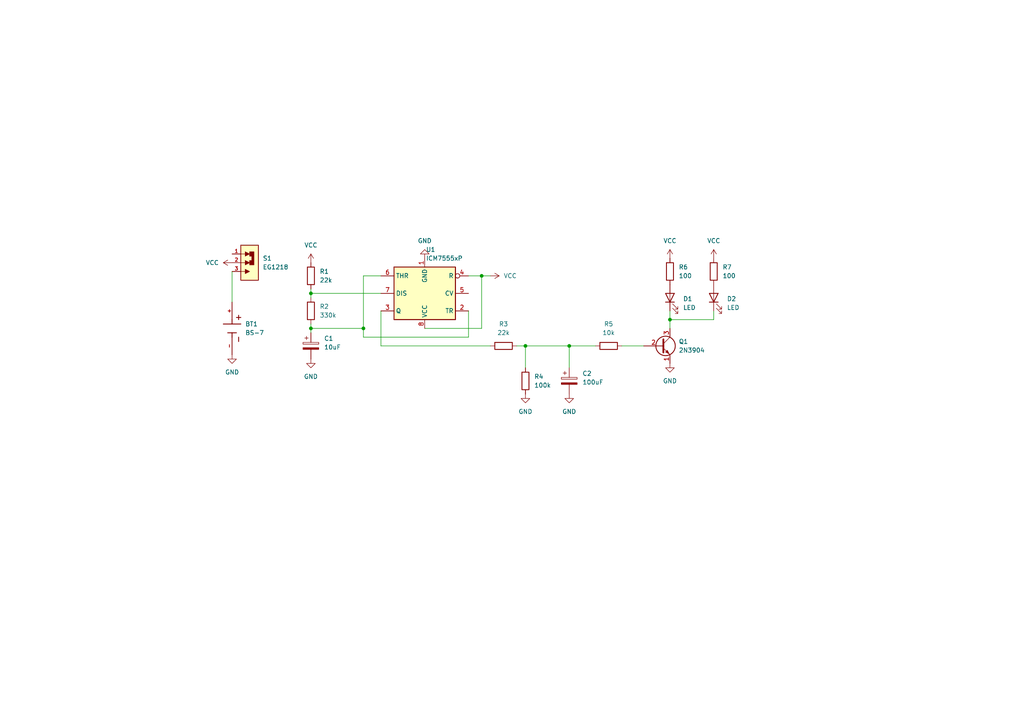
<source format=kicad_sch>
(kicad_sch (version 20230121) (generator eeschema)
  (paper "A4")
  (lib_symbols
    (symbol "Device:C_Polarized" (pin_numbers hide) (pin_names (offset 0.254))
      (property "Reference" "C" (at 0.635 2.54 0))
      (property "Value" "C_Polarized" (at 0.635 -2.54 0))
      (symbol "C_Polarized_0_1"
        (rectangle (start -2.286 0.508) (end 2.286 1.016))
        (polyline (pts (xy -1.778 2.286) (xy -0.762 2.286)))
        (polyline (pts (xy -1.27 2.794) (xy -1.27 1.778)))
        (rectangle (start 2.286 -0.508) (end -2.286 -1.016) (fill (type outline)))
      )
      (symbol "C_Polarized_1_1"
        (pin passive line (at 0 3.81 270) (length 2.794) (name "~") (number "1"))
        (pin passive line (at 0 -3.81 90) (length 2.794) (name "~") (number "2"))
      )
    )
    (symbol "Device:LED" (pin_numbers hide) (pin_names (offset 1.016) hide)
      (property "Reference" "D" (at 0 2.54 0))
      (property "Value" "LED" (at 0 -2.54 0))
      (symbol "LED_0_1"
        (polyline (pts (xy -1.27 -1.27) (xy -1.27 1.27)) (stroke (width 0.254)))
        (polyline (pts (xy -1.27 0) (xy 1.27 0)))
        (polyline (pts (xy 1.27 -1.27) (xy 1.27 1.27) (xy -1.27 0) (xy 1.27 -1.27)) (stroke (width 0.254)))
        (polyline (pts (xy -3.048 -0.762) (xy -4.572 -2.286) (xy -3.81 -2.286) (xy -4.572 -2.286) (xy -4.572 -1.524)))
        (polyline (pts (xy -1.778 -0.762) (xy -3.302 -2.286) (xy -2.54 -2.286) (xy -3.302 -2.286) (xy -3.302 -1.524)))
      )
      (symbol "LED_1_1"
        (pin passive line (at -3.81 0 0) (length 2.54) (name "K") (number "1"))
        (pin passive line (at 3.81 0 180) (length 2.54) (name "A") (number "2"))
      )
    )
    (symbol "Device:R" (pin_numbers hide) (pin_names (offset 0))
      (property "Reference" "R" (at 2.032 0 90))
      (property "Value" "R" (at 0 0 90))
      (symbol "R_0_1"
        (rectangle (start -1.016 -2.54) (end 1.016 2.54) (stroke (width 0.254)))
      )
      (symbol "R_1_1"
        (pin passive line (at 0 3.81 270) (length 1.27) (name "~") (number "1"))
        (pin passive line (at 0 -3.81 90) (length 1.27) (name "~") (number "2"))
      )
    )
    (symbol "Timer:ICM7555xP"
      (property "Reference" "U" (at -10.16 8.89 0))
      (property "Value" "ICM7555xP" (at 2.54 8.89 0))
      (symbol "ICM7555xP_0_0"
        (pin power_in line (at 0 -10.16 90) (length 2.54) (name "GND") (number "1"))
        (pin power_in line (at 0 10.16 270) (length 2.54) (name "VCC") (number "8"))
      )
      (symbol "ICM7555xP_0_1"
        (rectangle (start -8.89 -7.62) (end 8.89 7.62) (stroke (width 0.254)) (fill (type background)))
        (rectangle (start -8.89 -7.62) (end 8.89 7.62) (stroke (width 0.254)) (fill (type background)))
      )
      (symbol "ICM7555xP_1_1"
        (pin input line (at -12.7 5.08 0) (length 3.81) (name "TR") (number "2"))
        (pin output line (at 12.7 5.08 180) (length 3.81) (name "Q") (number "3"))
        (pin input inverted (at -12.7 -5.08 0) (length 3.81) (name "R") (number "4"))
        (pin input line (at -12.7 0 0) (length 3.81) (name "CV") (number "5"))
        (pin input line (at 12.7 -5.08 180) (length 3.81) (name "THR") (number "6"))
        (pin input line (at 12.7 0 180) (length 3.81) (name "DIS") (number "7"))
      )
    )
    (symbol "Transistor_BJT:2N3904" (pin_names (offset 0) hide)
      (property "Reference" "Q" (at 5.08 1.905 0))
      (property "Value" "2N3904" (at 5.08 0 0))
      (symbol "2N3904_0_1"
        (polyline (pts (xy 0.635 0.635) (xy 2.54 2.54)))
        (polyline (pts (xy 0.635 -0.635) (xy 2.54 -2.54) (xy 2.54 -2.54)))
        (polyline (pts (xy 0.635 1.905) (xy 0.635 -1.905) (xy 0.635 -1.905)) (stroke (width 0.508)))
        (polyline (pts (xy 1.27 -1.778) (xy 1.778 -1.27) (xy 2.286 -2.286) (xy 1.27 -1.778) (xy 1.27 -1.778)) (fill (type outline)))
        (circle (center 1.27 0) (radius 2.8194) (stroke (width 0.254)))
      )
      (symbol "2N3904_1_1"
        (pin passive line (at 2.54 -5.08 90) (length 2.54) (name "E") (number "1"))
        (pin passive line (at -5.08 0 0) (length 5.715) (name "B") (number "2"))
        (pin passive line (at 2.54 5.08 270) (length 2.54) (name "C") (number "3"))
      )
    )
    (symbol "extra:BS-7" (pin_names (offset 1.016))
      (property "Reference" "BT" (at -3.81 3.81 0))
      (property "Value" "BS-7" (at -3.81 -5.08 0))
      (symbol "BS-7_0_0"
        (polyline (pts (xy -3.81 1.905) (xy -2.54 1.905)) (stroke (width 0.254)))
        (polyline (pts (xy -3.175 2.54) (xy -3.175 1.27)) (stroke (width 0.254)))
        (polyline (pts (xy -1.27 0) (xy -2.54 0)) (stroke (width 0.254)))
        (polyline (pts (xy -1.27 0) (xy -1.27 -2.54)) (stroke (width 0.254)))
        (polyline (pts (xy -1.27 2.54) (xy -1.27 0)) (stroke (width 0.254)))
        (polyline (pts (xy 1.27 0) (xy 1.27 -1.27)) (stroke (width 0.254)))
        (polyline (pts (xy 1.27 0) (xy 2.54 0)) (stroke (width 0.254)))
        (polyline (pts (xy 1.27 1.27) (xy 1.27 0)) (stroke (width 0.254)))
        (polyline (pts (xy 2.54 1.905) (xy 3.81 1.905)) (stroke (width 0.254)))
        (pin passive line (at -7.62 0 0) (length 5.08) (name "~") (number "+"))
        (pin passive line (at 7.62 0 180) (length 5.08) (name "~") (number "-"))
      )
    )
    (symbol "extra:EG1218" (pin_names (offset 1.016))
      (property "Reference" "S" (at -5.08 5.842 0))
      (property "Value" "EG1218" (at -5.08 -7.62 0))
      (symbol "EG1218_0_0"
        (rectangle (start -2.54 -5.08) (end 2.54 5.08) (stroke (width 0.254)) (fill (type background)))
        (polyline (pts (xy -2.54 -2.54) (xy -1.27 -2.54)) (stroke (width 0.1524)))
        (polyline (pts (xy -2.54 0) (xy -1.27 0)) (stroke (width 0.1524)))
        (polyline (pts (xy -2.54 2.54) (xy -1.27 2.54)) (stroke (width 0.1524)))
        (polyline (pts (xy -1.27 -1.905) (xy -1.27 -3.175) (xy 0 -2.54) (xy -1.27 -1.905)) (stroke (width 0.1524)) (fill (type outline)))
        (polyline (pts (xy -1.27 0.635) (xy -1.27 -0.635) (xy 0 0) (xy -1.27 0.635)) (stroke (width 0.1524)) (fill (type outline)))
        (polyline (pts (xy -1.27 3.175) (xy -1.27 1.905) (xy 0 2.54) (xy -1.27 3.175)) (stroke (width 0.1524)) (fill (type outline)))
        (polyline (pts (xy 0 1.905) (xy 0 3.175) (xy 1.27 3.175) (xy 1.27 -0.635) (xy 0 -0.635) (xy 0 0.635) (xy 0.635 0.635) (xy 0.635 1.905) (xy 0 1.905)) (stroke (width 0.1524)) (fill (type outline)))
        (pin passive line (at -5.08 2.54 0) (length 2.54) (name "~") (number "1"))
        (pin passive line (at -5.08 0 0) (length 2.54) (name "~") (number "2"))
        (pin passive line (at -5.08 -2.54 0) (length 2.54) (name "~") (number "3"))
      )
    )
    (symbol "power:GND" (power) (pin_names (offset 0))
      (property "Value" "GND" (at 0 -3.81 0))
      (symbol "GND_0_1"
        (polyline (pts (xy 0 0) (xy 0 -1.27) (xy 1.27 -1.27) (xy 0 -2.54) (xy -1.27 -1.27) (xy 0 -1.27)))
      )
      (symbol "GND_1_1"
        (pin power_in line (at 0 0 270) (length 0) hide (name "GND") (number "1"))
      )
    )
    (symbol "power:VCC" (power) (pin_names (offset 0))
      (property "Value" "VCC" (at 0 3.81 0))
      (symbol "VCC_0_1"
        (polyline (pts (xy -0.762 1.27) (xy 0 2.54)))
        (polyline (pts (xy 0 0) (xy 0 2.54)))
        (polyline (pts (xy 0 2.54) (xy 0.762 1.27)))
      )
      (symbol "VCC_1_1"
        (pin power_in line (at 0 0 90) (length 0) hide (name "VCC") (number "1"))
      )
    )
  )
  (junction (at 152.4 100.33))
  (junction (at 105.41 95.25))
  (junction (at 165.1 100.33))
  (junction (at 90.17 95.25))
  (junction (at 194.31 92.71))
  (junction (at 90.17 85.09))
  (junction (at 139.7 80.01))
  (wire (pts (xy 90.17 93.98) (xy 90.17 95.25)))
  (wire (pts (xy 135.89 80.01) (xy 139.7 80.01)))
  (wire (pts (xy 194.31 92.71) (xy 194.31 95.25)))
  (wire (pts (xy 90.17 95.25) (xy 90.17 96.52)))
  (wire (pts (xy 165.1 100.33) (xy 172.72 100.33)))
  (wire (pts (xy 180.34 100.33) (xy 186.69 100.33)))
  (wire (pts (xy 152.4 106.68) (xy 152.4 100.33)))
  (wire (pts (xy 207.01 92.71) (xy 194.31 92.71)))
  (wire (pts (xy 165.1 100.33) (xy 165.1 106.68)))
  (wire (pts (xy 90.17 95.25) (xy 105.41 95.25)))
  (wire (pts (xy 110.49 80.01) (xy 105.41 80.01)))
  (wire (pts (xy 90.17 85.09) (xy 110.49 85.09)))
  (wire (pts (xy 139.7 80.01) (xy 139.7 95.25)))
  (wire (pts (xy 123.19 95.25) (xy 139.7 95.25)))
  (wire (pts (xy 67.31 87.63) (xy 67.31 78.74)))
  (wire (pts (xy 135.89 97.79) (xy 105.41 97.79)))
  (wire (pts (xy 105.41 80.01) (xy 105.41 95.25)))
  (wire (pts (xy 152.4 100.33) (xy 165.1 100.33)))
  (wire (pts (xy 194.31 90.17) (xy 194.31 92.71)))
  (wire (pts (xy 139.7 80.01) (xy 142.24 80.01)))
  (wire (pts (xy 135.89 90.17) (xy 135.89 97.79)))
  (wire (pts (xy 110.49 100.33) (xy 142.24 100.33)))
  (wire (pts (xy 90.17 85.09) (xy 90.17 86.36)))
  (wire (pts (xy 110.49 90.17) (xy 110.49 100.33)))
  (wire (pts (xy 105.41 95.25) (xy 105.41 97.79)))
  (wire (pts (xy 90.17 83.82) (xy 90.17 85.09)))
  (wire (pts (xy 207.01 90.17) (xy 207.01 92.71)))
  (wire (pts (xy 149.86 100.33) (xy 152.4 100.33)))
  (symbol (lib_id "power:GND") (at 194.31 105.41 0) (unit 1)
    (property "Reference" "#PWR05" (effects hide))
    (property "Value" "GND" (at 194.31 110.49 0))
  )
  (symbol (lib_id "power:VCC") (at 90.17 76.2 0) (unit 1)
    (property "Reference" "#PWR07" (effects hide))
    (property "Value" "VCC" (at 90.17 71.12 0))
  )
  (symbol (lib_id "power:VCC") (at 67.31 76.2 90) (unit 1)
    (property "Reference" "#PWR06" (effects hide))
    (property "Value" "VCC" (at 63.5 76.2 90) (effects (justify left)))
  )
  (symbol (lib_id "power:GND") (at 90.17 104.14 0) (unit 1)
    (property "Reference" "#PWR02" (effects hide))
    (property "Value" "GND" (at 90.17 109.22 0))
  )
  (symbol (lib_id "power:GND") (at 152.4 114.3 0) (unit 1)
    (property "Reference" "#PWR03" (effects hide))
    (property "Value" "GND" (at 152.4 119.38 0))
  )
  (symbol (lib_id "extra:BS-7") (at 67.31 95.25 270) (unit 1)
    (property "Reference" "BT1" (at 71.12 93.98 90) (effects (justify left)))
    (property "Value" "BS-7" (at 71.12 96.52 90) (effects (justify left)))
    (property "Footprint" "BS-7:BAT_BS-7" (effects hide))
    (property "MF" "MPD (Memory" (effects hide))
    (property "MAXIMUM_PACKAGE_HEIGHT" "9.0mm" (effects hide))
    (property "Package" "None" (effects hide))
    (property "Price" "None" (effects hide))
    (property "Check_prices" "https://www.snapeda.com/parts/BS-7/MPD+%2528Memory+Protection+Devices%2529/view-part/?ref=eda" (effects hide))
    (property "STANDARD" "Manufacturer recommendations" (effects hide))
    (property "PARTREV" "H" (effects hide))
    (property "SnapEDA_Link" "https://www.snapeda.com/parts/BS-7/MPD+%2528Memory+Protection+Devices%2529/view-part/?ref=snap" (effects hide))
    (property "MP" "BS-7" (effects hide))
    (property "Purchase-URL" "https://www.snapeda.com/api/url_track_click_mouser/?unipart_id=1156502&manufacturer=MPD (Memory&part_name=BS-7&search_term=bs-7" (effects hide))
    (property "Description" "\nBattery Holder (Open) Coin, 20.0mm 1 Cell PC Pin\n" (effects hide))
    (property "Availability" "In Stock" (effects hide))
    (property "MANUFACTURER" "MPD" (effects hide))
  )
  (symbol (lib_id "power:GND") (at 67.31 102.87 0) (unit 1)
    (property "Reference" "#PWR01" (effects hide))
    (property "Value" "GND" (at 67.31 107.95 0))
  )
  (symbol (lib_id "Device:R") (at 90.17 80.01 0) (unit 1)
    (property "Reference" "R1" (at 92.71 78.74 0) (effects (justify left)))
    (property "Value" "22k" (at 92.71 81.28 0) (effects (justify left)))
    (property "Footprint" "Resistor_THT:R_Axial_DIN0207_L6.3mm_D2.5mm_P7.62mm_Horizontal" (effects hide))
  )
  (symbol (lib_id "Device:R") (at 194.31 78.74 180) (unit 1)
    (property "Reference" "R6" (at 196.85 77.47 0) (effects (justify right)))
    (property "Value" "100" (at 196.85 80.01 0) (effects (justify right)))
    (property "Footprint" "Resistor_THT:R_Axial_DIN0207_L6.3mm_D2.5mm_P7.62mm_Horizontal" (effects hide))
  )
  (symbol (lib_id "Device:LED") (at 207.01 86.36 90) (unit 1)
    (property "Reference" "D2" (at 210.82 86.6775 90) (effects (justify right)))
    (property "Value" "LED" (at 210.82 89.2175 90) (effects (justify right)))
    (property "Footprint" "LED_THT:LED_D3.0mm" (effects hide))
  )
  (symbol (lib_id "Device:R") (at 90.17 90.17 0) (unit 1)
    (property "Reference" "R2" (at 92.71 88.9 0) (effects (justify left)))
    (property "Value" "330k" (at 92.71 91.44 0) (effects (justify left)))
    (property "Footprint" "Resistor_THT:R_Axial_DIN0207_L6.3mm_D2.5mm_P7.62mm_Horizontal" (effects hide))
  )
  (symbol (lib_id "Transistor_BJT:2N3904") (at 191.77 100.33 0) (unit 1)
    (property "Reference" "Q1" (at 196.85 99.06 0) (effects (justify left)))
    (property "Value" "2N3904" (at 196.85 101.6 0) (effects (justify left)))
    (property "Footprint" "Package_TO_SOT_THT:TO-92_Inline" (effects hide))
    (property "Datasheet" "https://www.onsemi.com/pub/Collateral/2N3903-D.PDF" (effects hide))
  )
  (symbol (lib_id "power:GND") (at 165.1 114.3 0) (unit 1)
    (property "Reference" "#PWR04" (effects hide))
    (property "Value" "GND" (at 165.1 119.38 0))
  )
  (symbol (lib_id "Device:C_Polarized") (at 165.1 110.49 0) (unit 1)
    (property "Reference" "C2" (at 168.91 108.331 0) (effects (justify left)))
    (property "Value" "100uF" (at 168.91 110.871 0) (effects (justify left)))
    (property "Footprint" "Capacitor_THT:CP_Radial_D6.3mm_P2.50mm" (effects hide))
  )
  (symbol (lib_id "power:VCC") (at 207.01 74.93 0) (unit 1)
    (property "Reference" "#PWR09" (effects hide))
    (property "Value" "VCC" (at 207.01 69.85 0))
  )
  (symbol (lib_id "extra:EG1218") (at 72.39 76.2 0) (unit 1)
    (property "Reference" "S1" (at 76.2 74.93 0) (effects (justify left)))
    (property "Value" "EG1218" (at 76.2 77.47 0) (effects (justify left)))
    (property "Footprint" "EG1218:SW_EG1218" (effects hide))
    (property "MF" "E-Switch" (effects hide))
    (property "DESCRIPTION" "Slide Switch SPDT Through Hole" (effects hide))
    (property "PACKAGE" "None" (effects hide))
    (property "PRICE" "None" (effects hide))
    (property "Package" "None" (effects hide))
    (property "Check_prices" "https://www.snapeda.com/parts/EG1218/E-Switch/view-part/?ref=eda" (effects hide))
    (property "Price" "None" (effects hide))
    (property "SnapEDA_Link" "https://www.snapeda.com/parts/EG1218/E-Switch/view-part/?ref=snap" (effects hide))
    (property "MP" "EG1218" (effects hide))
    (property "Purchase-URL" "https://www.snapeda.com/api/url_track_click_mouser/?unipart_id=13895&manufacturer=E-Switch&part_name=EG1218&search_term=None" (effects hide))
    (property "Description" "\nSlide Switch, EG Series, SPDT, Non-Shorting, ON-ON, 200mA DC, 30VDC, PC Pin | E-Switch EG1218\n" (effects hide))
    (property "Availability" "In Stock" (effects hide))
    (property "AVAILABILITY" "In Stock" (effects hide))
    (property "PURCHASE-URL" "https://pricing.snapeda.com/search/part/EG1218/?ref=eda" (effects hide))
  )
  (symbol (lib_id "Device:R") (at 207.01 78.74 0) (unit 1)
    (property "Reference" "R7" (at 209.55 77.47 0) (effects (justify left)))
    (property "Value" "100" (at 209.55 80.01 0) (effects (justify left)))
    (property "Footprint" "Resistor_THT:R_Axial_DIN0207_L6.3mm_D2.5mm_P7.62mm_Horizontal" (effects hide))
  )
  (symbol (lib_id "power:VCC") (at 142.24 80.01 270) (unit 1)
    (property "Reference" "#PWR010" (effects hide))
    (property "Value" "VCC" (at 146.05 80.01 90) (effects (justify left)))
  )
  (symbol (lib_id "power:GND") (at 123.19 74.93 180) (unit 1)
    (property "Reference" "#PWR011" (effects hide))
    (property "Value" "GND" (at 123.19 69.85 0))
  )
  (symbol (lib_id "Device:R") (at 146.05 100.33 270) (unit 1)
    (property "Reference" "R3" (at 146.05 93.98 90))
    (property "Value" "22k" (at 146.05 96.52 90))
    (property "Footprint" "Resistor_THT:R_Axial_DIN0207_L6.3mm_D2.5mm_P7.62mm_Horizontal" (effects hide))
  )
  (symbol (lib_id "Device:C_Polarized") (at 90.17 100.33 0) (unit 1)
    (property "Reference" "C1" (at 93.98 98.171 0) (effects (justify left)))
    (property "Value" "10uF" (at 93.98 100.711 0) (effects (justify left)))
    (property "Footprint" "Capacitor_THT:CP_Radial_D5.0mm_P2.00mm" (effects hide))
  )
  (symbol (lib_id "power:VCC") (at 194.31 74.93 0) (unit 1)
    (property "Reference" "#PWR08" (effects hide))
    (property "Value" "VCC" (at 194.31 69.85 0))
  )
  (symbol (lib_id "Timer:ICM7555xP") (at 123.19 85.09 180) (unit 1)
    (property "Reference" "U1" (at 123.5359 72.39 0) (effects (justify right)))
    (property "Value" "ICM7555xP" (at 123.5359 74.93 0) (effects (justify right)))
    (property "Footprint" "Package_DIP:DIP-8_W7.62mm" (effects hide))
    (property "Datasheet" "http://www.intersil.com/content/dam/Intersil/documents/icm7/icm7555-56.pdf" (effects hide))
  )
  (symbol (lib_id "Device:R") (at 152.4 110.49 0) (unit 1)
    (property "Reference" "R4" (at 154.94 109.22 0) (effects (justify left)))
    (property "Value" "100k" (at 154.94 111.76 0) (effects (justify left)))
    (property "Footprint" "Resistor_THT:R_Axial_DIN0207_L6.3mm_D2.5mm_P7.62mm_Horizontal" (effects hide))
  )
  (symbol (lib_id "Device:R") (at 176.53 100.33 90) (unit 1)
    (property "Reference" "R5" (at 176.53 93.98 90))
    (property "Value" "10k" (at 176.53 96.52 90))
    (property "Footprint" "Resistor_THT:R_Axial_DIN0207_L6.3mm_D2.5mm_P7.62mm_Horizontal" (effects hide))
  )
  (symbol (lib_id "Device:LED") (at 194.31 86.36 90) (unit 1)
    (property "Reference" "D1" (at 198.12 86.6775 90) (effects (justify right)))
    (property "Value" "LED" (at 198.12 89.2175 90) (effects (justify right)))
    (property "Footprint" "LED_THT:LED_D3.0mm" (effects hide))
  )
)
</source>
